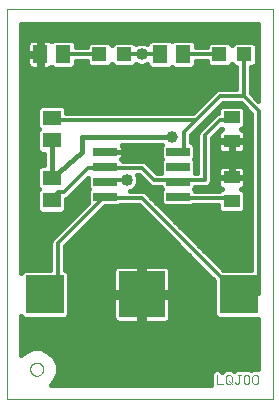
<source format=gtl>
G75*
%MOIN*%
%OFA0B0*%
%FSLAX25Y25*%
%IPPOS*%
%LPD*%
%AMOC8*
5,1,8,0,0,1.08239X$1,22.5*
%
%ADD10C,0.00000*%
%ADD11C,0.00300*%
%ADD12R,0.15354X0.15354*%
%ADD13R,0.12598X0.12598*%
%ADD14R,0.05512X0.04331*%
%ADD15R,0.08000X0.02600*%
%ADD16R,0.04724X0.04724*%
%ADD17R,0.05906X0.05118*%
%ADD18R,0.05118X0.05906*%
%ADD19C,0.01200*%
%ADD20C,0.04000*%
%ADD21C,0.01600*%
%ADD22C,0.03962*%
D10*
X0006800Y0006800D02*
X0006800Y0136761D01*
X0095501Y0136761D01*
X0095501Y0006800D01*
X0006800Y0006800D01*
X0014635Y0016800D02*
X0014637Y0016893D01*
X0014643Y0016985D01*
X0014653Y0017077D01*
X0014667Y0017168D01*
X0014684Y0017259D01*
X0014706Y0017349D01*
X0014731Y0017438D01*
X0014760Y0017526D01*
X0014793Y0017612D01*
X0014830Y0017697D01*
X0014870Y0017781D01*
X0014914Y0017862D01*
X0014961Y0017942D01*
X0015011Y0018020D01*
X0015065Y0018095D01*
X0015122Y0018168D01*
X0015182Y0018238D01*
X0015245Y0018306D01*
X0015311Y0018371D01*
X0015379Y0018433D01*
X0015450Y0018493D01*
X0015524Y0018549D01*
X0015600Y0018602D01*
X0015678Y0018651D01*
X0015758Y0018698D01*
X0015840Y0018740D01*
X0015924Y0018780D01*
X0016009Y0018815D01*
X0016096Y0018847D01*
X0016184Y0018876D01*
X0016273Y0018900D01*
X0016363Y0018921D01*
X0016454Y0018937D01*
X0016546Y0018950D01*
X0016638Y0018959D01*
X0016731Y0018964D01*
X0016823Y0018965D01*
X0016916Y0018962D01*
X0017008Y0018955D01*
X0017100Y0018944D01*
X0017191Y0018929D01*
X0017282Y0018911D01*
X0017372Y0018888D01*
X0017460Y0018862D01*
X0017548Y0018832D01*
X0017634Y0018798D01*
X0017718Y0018761D01*
X0017801Y0018719D01*
X0017882Y0018675D01*
X0017962Y0018627D01*
X0018039Y0018576D01*
X0018113Y0018521D01*
X0018186Y0018463D01*
X0018256Y0018403D01*
X0018323Y0018339D01*
X0018387Y0018273D01*
X0018449Y0018203D01*
X0018507Y0018132D01*
X0018562Y0018058D01*
X0018614Y0017981D01*
X0018663Y0017902D01*
X0018709Y0017822D01*
X0018751Y0017739D01*
X0018789Y0017655D01*
X0018824Y0017569D01*
X0018855Y0017482D01*
X0018882Y0017394D01*
X0018905Y0017304D01*
X0018925Y0017214D01*
X0018941Y0017123D01*
X0018953Y0017031D01*
X0018961Y0016939D01*
X0018965Y0016846D01*
X0018965Y0016754D01*
X0018961Y0016661D01*
X0018953Y0016569D01*
X0018941Y0016477D01*
X0018925Y0016386D01*
X0018905Y0016296D01*
X0018882Y0016206D01*
X0018855Y0016118D01*
X0018824Y0016031D01*
X0018789Y0015945D01*
X0018751Y0015861D01*
X0018709Y0015778D01*
X0018663Y0015698D01*
X0018614Y0015619D01*
X0018562Y0015542D01*
X0018507Y0015468D01*
X0018449Y0015397D01*
X0018387Y0015327D01*
X0018323Y0015261D01*
X0018256Y0015197D01*
X0018186Y0015137D01*
X0018113Y0015079D01*
X0018039Y0015024D01*
X0017962Y0014973D01*
X0017883Y0014925D01*
X0017801Y0014881D01*
X0017718Y0014839D01*
X0017634Y0014802D01*
X0017548Y0014768D01*
X0017460Y0014738D01*
X0017372Y0014712D01*
X0017282Y0014689D01*
X0017191Y0014671D01*
X0017100Y0014656D01*
X0017008Y0014645D01*
X0016916Y0014638D01*
X0016823Y0014635D01*
X0016731Y0014636D01*
X0016638Y0014641D01*
X0016546Y0014650D01*
X0016454Y0014663D01*
X0016363Y0014679D01*
X0016273Y0014700D01*
X0016184Y0014724D01*
X0016096Y0014753D01*
X0016009Y0014785D01*
X0015924Y0014820D01*
X0015840Y0014860D01*
X0015758Y0014902D01*
X0015678Y0014949D01*
X0015600Y0014998D01*
X0015524Y0015051D01*
X0015450Y0015107D01*
X0015379Y0015167D01*
X0015311Y0015229D01*
X0015245Y0015294D01*
X0015182Y0015362D01*
X0015122Y0015432D01*
X0015065Y0015505D01*
X0015011Y0015580D01*
X0014961Y0015658D01*
X0014914Y0015738D01*
X0014870Y0015819D01*
X0014830Y0015903D01*
X0014793Y0015988D01*
X0014760Y0016074D01*
X0014731Y0016162D01*
X0014706Y0016251D01*
X0014684Y0016341D01*
X0014667Y0016432D01*
X0014653Y0016523D01*
X0014643Y0016615D01*
X0014637Y0016707D01*
X0014635Y0016800D01*
D11*
X0076950Y0014852D02*
X0076950Y0011950D01*
X0078885Y0011950D01*
X0079897Y0012434D02*
X0080380Y0011950D01*
X0081348Y0011950D01*
X0081831Y0012434D01*
X0081831Y0014369D01*
X0081348Y0014852D01*
X0080380Y0014852D01*
X0079897Y0014369D01*
X0079897Y0012434D01*
X0080864Y0012917D02*
X0081831Y0011950D01*
X0082843Y0012434D02*
X0083327Y0011950D01*
X0083811Y0011950D01*
X0084294Y0012434D01*
X0084294Y0014852D01*
X0083811Y0014852D02*
X0084778Y0014852D01*
X0085790Y0014369D02*
X0085790Y0012434D01*
X0086273Y0011950D01*
X0087241Y0011950D01*
X0087725Y0012434D01*
X0087725Y0014369D01*
X0087241Y0014852D01*
X0086273Y0014852D01*
X0085790Y0014369D01*
X0088736Y0014369D02*
X0088736Y0012434D01*
X0089220Y0011950D01*
X0090187Y0011950D01*
X0090671Y0012434D01*
X0090671Y0014369D01*
X0090187Y0014852D01*
X0089220Y0014852D01*
X0088736Y0014369D01*
D12*
X0051800Y0041800D03*
D13*
X0084083Y0041800D03*
X0019517Y0041800D03*
D14*
X0081800Y0072863D03*
X0081800Y0080737D03*
X0081800Y0092863D03*
X0081800Y0100737D03*
D15*
X0063900Y0089300D03*
X0063900Y0084300D03*
X0063900Y0079300D03*
X0063900Y0074300D03*
X0039700Y0074300D03*
X0039700Y0079300D03*
X0039700Y0084300D03*
X0039700Y0089300D03*
D16*
X0037666Y0121800D03*
X0045934Y0121800D03*
X0077666Y0121800D03*
X0085934Y0121800D03*
D17*
X0021800Y0100540D03*
X0021800Y0093060D03*
X0021800Y0080540D03*
X0021800Y0073060D03*
D18*
X0018060Y0121800D03*
X0025540Y0121800D03*
X0058060Y0121800D03*
X0065540Y0121800D03*
D19*
X0077666Y0121800D01*
X0085800Y0121800D02*
X0085934Y0121800D01*
X0085800Y0121800D02*
X0085800Y0107800D01*
X0090800Y0102800D01*
X0090800Y0041800D01*
X0084083Y0041800D01*
X0083800Y0041800D01*
X0051800Y0073800D01*
X0039800Y0073800D01*
X0039700Y0074300D01*
X0038800Y0073800D01*
X0023800Y0058800D01*
X0023800Y0041800D01*
X0019517Y0041800D01*
X0021800Y0073060D02*
X0021800Y0073800D01*
X0023800Y0075800D01*
X0025800Y0075800D01*
X0033800Y0083800D01*
X0038800Y0083800D01*
X0039700Y0084300D01*
X0039800Y0083800D01*
X0051800Y0083800D01*
X0055800Y0079800D01*
X0063800Y0079800D01*
X0063900Y0079300D01*
X0064800Y0079800D01*
X0072800Y0079800D01*
X0072800Y0094800D01*
X0077800Y0099800D01*
X0081800Y0099800D01*
X0081800Y0100737D01*
X0077800Y0107800D02*
X0069800Y0099800D01*
X0021800Y0099800D01*
X0021800Y0100540D01*
X0025540Y0121800D02*
X0037666Y0121800D01*
X0045934Y0121800D02*
X0051800Y0121800D01*
X0058060Y0121800D01*
X0069800Y0099800D02*
X0065800Y0095800D01*
X0065800Y0089800D01*
X0064800Y0089800D01*
X0063900Y0089300D01*
X0063900Y0074300D02*
X0064800Y0073800D01*
X0081800Y0073800D01*
X0081800Y0072863D01*
X0077800Y0107800D02*
X0085800Y0107800D01*
X0046800Y0079800D02*
X0039800Y0079800D01*
X0039700Y0079300D01*
D20*
X0046800Y0079800D03*
X0051800Y0121800D03*
D21*
X0053701Y0118474D02*
X0052556Y0118000D01*
X0051044Y0118000D01*
X0049884Y0118480D01*
X0049042Y0117638D01*
X0042826Y0117638D01*
X0041800Y0118664D01*
X0040774Y0117638D01*
X0034558Y0117638D01*
X0033504Y0118692D01*
X0033504Y0119400D01*
X0029899Y0119400D01*
X0029899Y0118102D01*
X0028845Y0117047D01*
X0022236Y0117047D01*
X0021800Y0117483D01*
X0021724Y0117407D01*
X0021314Y0117170D01*
X0020856Y0117047D01*
X0018539Y0117047D01*
X0018539Y0121320D01*
X0017580Y0121320D01*
X0017580Y0117047D01*
X0015264Y0117047D01*
X0014806Y0117170D01*
X0014396Y0117407D01*
X0014060Y0117742D01*
X0013823Y0118152D01*
X0013701Y0118610D01*
X0013701Y0121320D01*
X0017580Y0121320D01*
X0017580Y0122280D01*
X0017580Y0126553D01*
X0015264Y0126553D01*
X0014806Y0126430D01*
X0014396Y0126193D01*
X0014060Y0125858D01*
X0013823Y0125448D01*
X0013701Y0124990D01*
X0013701Y0122280D01*
X0017580Y0122280D01*
X0018539Y0122280D01*
X0018539Y0126553D01*
X0020856Y0126553D01*
X0021314Y0126430D01*
X0021724Y0126193D01*
X0021800Y0126117D01*
X0022236Y0126553D01*
X0028845Y0126553D01*
X0029899Y0125498D01*
X0029899Y0124200D01*
X0033504Y0124200D01*
X0033504Y0124908D01*
X0034558Y0125962D01*
X0040774Y0125962D01*
X0041800Y0124936D01*
X0042826Y0125962D01*
X0049042Y0125962D01*
X0049884Y0125120D01*
X0051044Y0125600D01*
X0052556Y0125600D01*
X0053701Y0125126D01*
X0053701Y0125498D01*
X0054755Y0126553D01*
X0061364Y0126553D01*
X0061800Y0126117D01*
X0062236Y0126553D01*
X0068845Y0126553D01*
X0069899Y0125498D01*
X0069899Y0124200D01*
X0073504Y0124200D01*
X0073504Y0124908D01*
X0074558Y0125962D01*
X0080774Y0125962D01*
X0081800Y0124936D01*
X0082826Y0125962D01*
X0089042Y0125962D01*
X0090096Y0124908D01*
X0090096Y0118692D01*
X0089042Y0117638D01*
X0088200Y0117638D01*
X0088200Y0108794D01*
X0090701Y0106293D01*
X0090701Y0131961D01*
X0011600Y0131961D01*
X0011600Y0049027D01*
X0012472Y0049899D01*
X0021400Y0049899D01*
X0021400Y0059277D01*
X0021765Y0060159D01*
X0022441Y0060835D01*
X0033900Y0072294D01*
X0033900Y0076346D01*
X0034354Y0076800D01*
X0033900Y0077254D01*
X0033900Y0080506D01*
X0027159Y0073765D01*
X0026553Y0073514D01*
X0026553Y0069755D01*
X0025498Y0068701D01*
X0018102Y0068701D01*
X0017047Y0069755D01*
X0017047Y0076364D01*
X0017483Y0076800D01*
X0017047Y0077236D01*
X0017047Y0083845D01*
X0018102Y0084899D01*
X0019200Y0084899D01*
X0019200Y0088701D01*
X0018102Y0088701D01*
X0017047Y0089755D01*
X0017047Y0096364D01*
X0017483Y0096800D01*
X0017047Y0097236D01*
X0017047Y0103845D01*
X0018102Y0104899D01*
X0025498Y0104899D01*
X0026553Y0103845D01*
X0026553Y0102200D01*
X0068806Y0102200D01*
X0076441Y0109835D01*
X0077323Y0110200D01*
X0083400Y0110200D01*
X0083400Y0117638D01*
X0082826Y0117638D01*
X0081800Y0118664D01*
X0080774Y0117638D01*
X0074558Y0117638D01*
X0073504Y0118692D01*
X0073504Y0119400D01*
X0069899Y0119400D01*
X0069899Y0118102D01*
X0068845Y0117047D01*
X0062236Y0117047D01*
X0061800Y0117483D01*
X0061364Y0117047D01*
X0054755Y0117047D01*
X0053701Y0118102D01*
X0053701Y0118474D01*
X0054705Y0117097D02*
X0028895Y0117097D01*
X0029899Y0118696D02*
X0033504Y0118696D01*
X0033686Y0125090D02*
X0029899Y0125090D01*
X0022185Y0117097D02*
X0021043Y0117097D01*
X0018539Y0117097D02*
X0017580Y0117097D01*
X0017580Y0118696D02*
X0018539Y0118696D01*
X0018539Y0120294D02*
X0017580Y0120294D01*
X0017580Y0121893D02*
X0011600Y0121893D01*
X0011600Y0123491D02*
X0013701Y0123491D01*
X0013728Y0125090D02*
X0011600Y0125090D01*
X0011600Y0126688D02*
X0090701Y0126688D01*
X0090701Y0125090D02*
X0089914Y0125090D01*
X0090096Y0123491D02*
X0090701Y0123491D01*
X0090701Y0121893D02*
X0090096Y0121893D01*
X0090096Y0120294D02*
X0090701Y0120294D01*
X0090701Y0118696D02*
X0090096Y0118696D01*
X0090701Y0117097D02*
X0088200Y0117097D01*
X0088200Y0115499D02*
X0090701Y0115499D01*
X0090701Y0113900D02*
X0088200Y0113900D01*
X0088200Y0112302D02*
X0090701Y0112302D01*
X0090701Y0110703D02*
X0088200Y0110703D01*
X0088200Y0109105D02*
X0090701Y0109105D01*
X0090701Y0107506D02*
X0089488Y0107506D01*
X0086356Y0103648D02*
X0085301Y0104702D01*
X0078298Y0104702D01*
X0077244Y0103648D01*
X0077244Y0102167D01*
X0076441Y0101835D01*
X0071441Y0096835D01*
X0070765Y0096159D01*
X0070400Y0095277D01*
X0070400Y0082200D01*
X0069646Y0082200D01*
X0069700Y0082254D01*
X0069700Y0086346D01*
X0069246Y0086800D01*
X0069700Y0087254D01*
X0069700Y0091346D01*
X0068646Y0092400D01*
X0068200Y0092400D01*
X0068200Y0094806D01*
X0071159Y0097765D01*
X0071835Y0098441D01*
X0078794Y0105400D01*
X0084806Y0105400D01*
X0088400Y0101806D01*
X0088400Y0049899D01*
X0079095Y0049899D01*
X0053835Y0075159D01*
X0053159Y0075835D01*
X0052277Y0076200D01*
X0048039Y0076200D01*
X0048953Y0076579D01*
X0050021Y0077647D01*
X0050600Y0079044D01*
X0050600Y0080556D01*
X0050250Y0081400D01*
X0050806Y0081400D01*
X0053765Y0078441D01*
X0054441Y0077765D01*
X0055323Y0077400D01*
X0058100Y0077400D01*
X0058100Y0077254D01*
X0058554Y0076800D01*
X0058100Y0076346D01*
X0058100Y0072254D01*
X0059154Y0071200D01*
X0068646Y0071200D01*
X0068846Y0071400D01*
X0077244Y0071400D01*
X0077244Y0069952D01*
X0078298Y0068898D01*
X0085301Y0068898D01*
X0086356Y0069952D01*
X0086356Y0075774D01*
X0085301Y0076828D01*
X0085004Y0076828D01*
X0085251Y0076894D01*
X0085661Y0077131D01*
X0085996Y0077466D01*
X0086233Y0077877D01*
X0086356Y0078335D01*
X0086356Y0080454D01*
X0082083Y0080454D01*
X0082083Y0081020D01*
X0081517Y0081020D01*
X0081517Y0084702D01*
X0078807Y0084702D01*
X0078349Y0084580D01*
X0077939Y0084343D01*
X0077604Y0084008D01*
X0077367Y0083597D01*
X0077244Y0083139D01*
X0077244Y0081020D01*
X0081517Y0081020D01*
X0081517Y0080454D01*
X0077244Y0080454D01*
X0077244Y0078335D01*
X0077367Y0077877D01*
X0077604Y0077466D01*
X0077939Y0077131D01*
X0078349Y0076894D01*
X0078596Y0076828D01*
X0078298Y0076828D01*
X0077670Y0076200D01*
X0069700Y0076200D01*
X0069700Y0076346D01*
X0069246Y0076800D01*
X0069700Y0077254D01*
X0069700Y0077400D01*
X0073277Y0077400D01*
X0074159Y0077765D01*
X0074835Y0078441D01*
X0075200Y0079323D01*
X0075200Y0093806D01*
X0078232Y0096838D01*
X0078298Y0096772D01*
X0078596Y0096772D01*
X0078349Y0096706D01*
X0077939Y0096469D01*
X0077604Y0096134D01*
X0077367Y0095723D01*
X0077244Y0095265D01*
X0077244Y0093146D01*
X0081517Y0093146D01*
X0081517Y0092580D01*
X0082083Y0092580D01*
X0082083Y0093146D01*
X0086356Y0093146D01*
X0086356Y0095265D01*
X0086233Y0095723D01*
X0085996Y0096134D01*
X0085661Y0096469D01*
X0085251Y0096706D01*
X0085004Y0096772D01*
X0085301Y0096772D01*
X0086356Y0097826D01*
X0086356Y0103648D01*
X0085897Y0104309D02*
X0085695Y0104309D01*
X0086356Y0102711D02*
X0087495Y0102711D01*
X0088400Y0101112D02*
X0086356Y0101112D01*
X0086356Y0099514D02*
X0088400Y0099514D01*
X0088400Y0097915D02*
X0086356Y0097915D01*
X0085813Y0096317D02*
X0088400Y0096317D01*
X0088400Y0094718D02*
X0086356Y0094718D01*
X0086356Y0092580D02*
X0082083Y0092580D01*
X0082083Y0088898D01*
X0084793Y0088898D01*
X0085251Y0089020D01*
X0085661Y0089257D01*
X0085996Y0089592D01*
X0086233Y0090003D01*
X0086356Y0090461D01*
X0086356Y0092580D01*
X0086356Y0091521D02*
X0088400Y0091521D01*
X0088400Y0089923D02*
X0086187Y0089923D01*
X0088400Y0088324D02*
X0075200Y0088324D01*
X0075200Y0086726D02*
X0088400Y0086726D01*
X0088400Y0085127D02*
X0075200Y0085127D01*
X0075200Y0083529D02*
X0077348Y0083529D01*
X0077244Y0081930D02*
X0075200Y0081930D01*
X0075200Y0080332D02*
X0077244Y0080332D01*
X0077244Y0078733D02*
X0074956Y0078733D01*
X0077936Y0077134D02*
X0069580Y0077134D01*
X0069700Y0083529D02*
X0070400Y0083529D01*
X0070400Y0085127D02*
X0069700Y0085127D01*
X0069320Y0086726D02*
X0070400Y0086726D01*
X0070400Y0088324D02*
X0069700Y0088324D01*
X0069700Y0089923D02*
X0070400Y0089923D01*
X0070400Y0091521D02*
X0069524Y0091521D01*
X0070400Y0093120D02*
X0068200Y0093120D01*
X0068200Y0094718D02*
X0070400Y0094718D01*
X0070923Y0096317D02*
X0069711Y0096317D01*
X0071159Y0097765D02*
X0071159Y0097765D01*
X0071309Y0097915D02*
X0072521Y0097915D01*
X0071835Y0098441D02*
X0071835Y0098441D01*
X0072908Y0099514D02*
X0074120Y0099514D01*
X0074506Y0101112D02*
X0075718Y0101112D01*
X0076105Y0102711D02*
X0077244Y0102711D01*
X0077703Y0104309D02*
X0077905Y0104309D01*
X0075711Y0109105D02*
X0011600Y0109105D01*
X0011600Y0107506D02*
X0074112Y0107506D01*
X0072514Y0105908D02*
X0011600Y0105908D01*
X0011600Y0104309D02*
X0017512Y0104309D01*
X0017047Y0102711D02*
X0011600Y0102711D01*
X0011600Y0101112D02*
X0017047Y0101112D01*
X0017047Y0099514D02*
X0011600Y0099514D01*
X0011600Y0097915D02*
X0017047Y0097915D01*
X0017047Y0096317D02*
X0011600Y0096317D01*
X0011600Y0094718D02*
X0017047Y0094718D01*
X0017047Y0093120D02*
X0011600Y0093120D01*
X0011600Y0091521D02*
X0017047Y0091521D01*
X0017047Y0089923D02*
X0011600Y0089923D01*
X0011600Y0088324D02*
X0019200Y0088324D01*
X0019200Y0086726D02*
X0011600Y0086726D01*
X0011600Y0085127D02*
X0019200Y0085127D01*
X0017047Y0083529D02*
X0011600Y0083529D01*
X0011600Y0081930D02*
X0017047Y0081930D01*
X0017047Y0080332D02*
X0011600Y0080332D01*
X0011600Y0078733D02*
X0017047Y0078733D01*
X0017148Y0077134D02*
X0011600Y0077134D01*
X0011600Y0075536D02*
X0017047Y0075536D01*
X0017047Y0073937D02*
X0011600Y0073937D01*
X0011600Y0072339D02*
X0017047Y0072339D01*
X0017047Y0070740D02*
X0011600Y0070740D01*
X0011600Y0069142D02*
X0017660Y0069142D01*
X0011600Y0067543D02*
X0029149Y0067543D01*
X0030748Y0069142D02*
X0025939Y0069142D01*
X0026553Y0070740D02*
X0032346Y0070740D01*
X0033900Y0072339D02*
X0026553Y0072339D01*
X0027332Y0073937D02*
X0033900Y0073937D01*
X0033900Y0075536D02*
X0028930Y0075536D01*
X0030529Y0077134D02*
X0034020Y0077134D01*
X0033900Y0078733D02*
X0032127Y0078733D01*
X0033726Y0080332D02*
X0033900Y0080332D01*
X0039594Y0071200D02*
X0044446Y0071200D01*
X0044646Y0071400D01*
X0050806Y0071400D01*
X0075984Y0046222D01*
X0075984Y0034755D01*
X0077039Y0033701D01*
X0090701Y0033701D01*
X0090701Y0016802D01*
X0090028Y0016802D01*
X0090027Y0016802D01*
X0089211Y0016802D01*
X0088412Y0016802D01*
X0088230Y0016621D01*
X0088048Y0016802D01*
X0087081Y0016802D01*
X0087081Y0016802D01*
X0086265Y0016802D01*
X0083003Y0016802D01*
X0082579Y0016379D01*
X0082155Y0016802D01*
X0081188Y0016802D01*
X0081188Y0016802D01*
X0080389Y0016802D01*
X0079573Y0016802D01*
X0079038Y0016268D01*
X0078665Y0015895D01*
X0077758Y0016802D01*
X0076142Y0016802D01*
X0075000Y0015660D01*
X0075000Y0011600D01*
X0021450Y0011600D01*
X0022705Y0012854D01*
X0023765Y0015414D01*
X0023765Y0018185D01*
X0022705Y0020746D01*
X0020746Y0022705D01*
X0018185Y0023765D01*
X0015414Y0023765D01*
X0012854Y0022705D01*
X0011600Y0021450D01*
X0011600Y0034573D01*
X0012472Y0033701D01*
X0026561Y0033701D01*
X0027616Y0034755D01*
X0027616Y0048845D01*
X0026561Y0049899D01*
X0026200Y0049899D01*
X0026200Y0057806D01*
X0039594Y0071200D01*
X0039135Y0070740D02*
X0051465Y0070740D01*
X0053064Y0069142D02*
X0037536Y0069142D01*
X0035938Y0067543D02*
X0054662Y0067543D01*
X0056261Y0065945D02*
X0034339Y0065945D01*
X0032741Y0064346D02*
X0057859Y0064346D01*
X0059458Y0062748D02*
X0031142Y0062748D01*
X0029543Y0061149D02*
X0061056Y0061149D01*
X0062655Y0059551D02*
X0027945Y0059551D01*
X0026346Y0057952D02*
X0064254Y0057952D01*
X0065852Y0056354D02*
X0026200Y0056354D01*
X0026200Y0054755D02*
X0067451Y0054755D01*
X0069049Y0053157D02*
X0026200Y0053157D01*
X0026200Y0051558D02*
X0070648Y0051558D01*
X0072246Y0049960D02*
X0061211Y0049960D01*
X0061154Y0050172D02*
X0060918Y0050582D01*
X0060582Y0050918D01*
X0060172Y0051154D01*
X0059714Y0051277D01*
X0052600Y0051277D01*
X0052600Y0042600D01*
X0051000Y0042600D01*
X0051000Y0051277D01*
X0043886Y0051277D01*
X0043428Y0051154D01*
X0043018Y0050918D01*
X0042682Y0050582D01*
X0042445Y0050172D01*
X0042323Y0049714D01*
X0042323Y0042600D01*
X0051000Y0042600D01*
X0051000Y0041000D01*
X0042323Y0041000D01*
X0042323Y0033886D01*
X0042445Y0033428D01*
X0042682Y0033018D01*
X0043018Y0032682D01*
X0043428Y0032445D01*
X0043886Y0032323D01*
X0051000Y0032323D01*
X0051000Y0041000D01*
X0052600Y0041000D01*
X0052600Y0042600D01*
X0061277Y0042600D01*
X0061277Y0049714D01*
X0061154Y0050172D01*
X0061277Y0048361D02*
X0073845Y0048361D01*
X0075443Y0046763D02*
X0061277Y0046763D01*
X0061277Y0045164D02*
X0075984Y0045164D01*
X0075984Y0043566D02*
X0061277Y0043566D01*
X0061277Y0041000D02*
X0052600Y0041000D01*
X0052600Y0032323D01*
X0059714Y0032323D01*
X0060172Y0032445D01*
X0060582Y0032682D01*
X0060918Y0033018D01*
X0061154Y0033428D01*
X0061277Y0033886D01*
X0061277Y0041000D01*
X0061277Y0040369D02*
X0075984Y0040369D01*
X0075984Y0041967D02*
X0052600Y0041967D01*
X0052600Y0040369D02*
X0051000Y0040369D01*
X0051000Y0041967D02*
X0027616Y0041967D01*
X0027616Y0040369D02*
X0042323Y0040369D01*
X0042323Y0038770D02*
X0027616Y0038770D01*
X0027616Y0037172D02*
X0042323Y0037172D01*
X0042323Y0035573D02*
X0027616Y0035573D01*
X0026835Y0033975D02*
X0042323Y0033975D01*
X0043687Y0032376D02*
X0011600Y0032376D01*
X0011600Y0030778D02*
X0090701Y0030778D01*
X0090701Y0032376D02*
X0059913Y0032376D01*
X0061277Y0033975D02*
X0076765Y0033975D01*
X0075984Y0035573D02*
X0061277Y0035573D01*
X0061277Y0037172D02*
X0075984Y0037172D01*
X0075984Y0038770D02*
X0061277Y0038770D01*
X0052600Y0038770D02*
X0051000Y0038770D01*
X0051000Y0037172D02*
X0052600Y0037172D01*
X0052600Y0035573D02*
X0051000Y0035573D01*
X0051000Y0033975D02*
X0052600Y0033975D01*
X0052600Y0032376D02*
X0051000Y0032376D01*
X0051000Y0043566D02*
X0052600Y0043566D01*
X0052600Y0045164D02*
X0051000Y0045164D01*
X0051000Y0046763D02*
X0052600Y0046763D01*
X0052600Y0048361D02*
X0051000Y0048361D01*
X0051000Y0049960D02*
X0052600Y0049960D01*
X0042389Y0049960D02*
X0026200Y0049960D01*
X0027616Y0048361D02*
X0042323Y0048361D01*
X0042323Y0046763D02*
X0027616Y0046763D01*
X0027616Y0045164D02*
X0042323Y0045164D01*
X0042323Y0043566D02*
X0027616Y0043566D01*
X0021400Y0049960D02*
X0011600Y0049960D01*
X0011600Y0051558D02*
X0021400Y0051558D01*
X0021400Y0053157D02*
X0011600Y0053157D01*
X0011600Y0054755D02*
X0021400Y0054755D01*
X0021400Y0056354D02*
X0011600Y0056354D01*
X0011600Y0057952D02*
X0021400Y0057952D01*
X0021513Y0059551D02*
X0011600Y0059551D01*
X0011600Y0061149D02*
X0022755Y0061149D01*
X0024354Y0062748D02*
X0011600Y0062748D01*
X0011600Y0064346D02*
X0025952Y0064346D01*
X0027551Y0065945D02*
X0011600Y0065945D01*
X0021800Y0080540D02*
X0031800Y0089300D01*
X0031800Y0094300D01*
X0061800Y0094300D01*
X0058454Y0091700D02*
X0058100Y0091346D01*
X0058100Y0087254D01*
X0058554Y0086800D01*
X0058100Y0086346D01*
X0058100Y0082254D01*
X0058154Y0082200D01*
X0056794Y0082200D01*
X0053159Y0085835D01*
X0052277Y0086200D01*
X0045500Y0086200D01*
X0045500Y0086346D01*
X0045046Y0086800D01*
X0045140Y0086895D01*
X0045377Y0087305D01*
X0045500Y0087763D01*
X0045500Y0089300D01*
X0045500Y0090837D01*
X0045377Y0091295D01*
X0045143Y0091700D01*
X0058454Y0091700D01*
X0058276Y0091521D02*
X0045247Y0091521D01*
X0045500Y0089923D02*
X0058100Y0089923D01*
X0058100Y0088324D02*
X0045500Y0088324D01*
X0045500Y0089300D02*
X0039700Y0089300D01*
X0045500Y0089300D01*
X0045120Y0086726D02*
X0058480Y0086726D01*
X0058100Y0085127D02*
X0053867Y0085127D01*
X0055466Y0083529D02*
X0058100Y0083529D01*
X0058220Y0077134D02*
X0049509Y0077134D01*
X0050471Y0078733D02*
X0053473Y0078733D01*
X0051874Y0080332D02*
X0050600Y0080332D01*
X0053458Y0075536D02*
X0058100Y0075536D01*
X0058100Y0073937D02*
X0055057Y0073937D01*
X0056655Y0072339D02*
X0058100Y0072339D01*
X0058254Y0070740D02*
X0077244Y0070740D01*
X0078054Y0069142D02*
X0059852Y0069142D01*
X0061451Y0067543D02*
X0088400Y0067543D01*
X0088400Y0069142D02*
X0085546Y0069142D01*
X0086356Y0070740D02*
X0088400Y0070740D01*
X0088400Y0072339D02*
X0086356Y0072339D01*
X0086356Y0073937D02*
X0088400Y0073937D01*
X0088400Y0075536D02*
X0086356Y0075536D01*
X0085664Y0077134D02*
X0088400Y0077134D01*
X0088400Y0078733D02*
X0086356Y0078733D01*
X0086356Y0080332D02*
X0088400Y0080332D01*
X0088400Y0081930D02*
X0086356Y0081930D01*
X0086356Y0081020D02*
X0086356Y0083139D01*
X0086233Y0083597D01*
X0085996Y0084008D01*
X0085661Y0084343D01*
X0085251Y0084580D01*
X0084793Y0084702D01*
X0082083Y0084702D01*
X0082083Y0081020D01*
X0086356Y0081020D01*
X0086252Y0083529D02*
X0088400Y0083529D01*
X0082083Y0083529D02*
X0081517Y0083529D01*
X0081517Y0081930D02*
X0082083Y0081930D01*
X0081517Y0088898D02*
X0078807Y0088898D01*
X0078349Y0089020D01*
X0077939Y0089257D01*
X0077604Y0089592D01*
X0077367Y0090003D01*
X0077244Y0090461D01*
X0077244Y0092580D01*
X0081517Y0092580D01*
X0081517Y0088898D01*
X0081517Y0089923D02*
X0082083Y0089923D01*
X0082083Y0091521D02*
X0081517Y0091521D01*
X0081517Y0093120D02*
X0075200Y0093120D01*
X0075200Y0091521D02*
X0077244Y0091521D01*
X0077413Y0089923D02*
X0075200Y0089923D01*
X0076112Y0094718D02*
X0077244Y0094718D01*
X0077711Y0096317D02*
X0077787Y0096317D01*
X0082083Y0093120D02*
X0088400Y0093120D01*
X0083400Y0110703D02*
X0011600Y0110703D01*
X0011600Y0112302D02*
X0083400Y0112302D01*
X0083400Y0113900D02*
X0011600Y0113900D01*
X0011600Y0115499D02*
X0083400Y0115499D01*
X0083400Y0117097D02*
X0068895Y0117097D01*
X0069899Y0118696D02*
X0073504Y0118696D01*
X0073686Y0125090D02*
X0069899Y0125090D01*
X0062185Y0117097D02*
X0061415Y0117097D01*
X0070915Y0104309D02*
X0026088Y0104309D01*
X0026553Y0102711D02*
X0069317Y0102711D01*
X0081646Y0125090D02*
X0081954Y0125090D01*
X0090701Y0128287D02*
X0011600Y0128287D01*
X0011600Y0129885D02*
X0090701Y0129885D01*
X0090701Y0131484D02*
X0011600Y0131484D01*
X0017580Y0125090D02*
X0018539Y0125090D01*
X0018539Y0123491D02*
X0017580Y0123491D01*
X0013701Y0120294D02*
X0011600Y0120294D01*
X0011600Y0118696D02*
X0013701Y0118696D01*
X0015077Y0117097D02*
X0011600Y0117097D01*
X0021800Y0093060D02*
X0021800Y0080540D01*
X0039700Y0089300D02*
X0039700Y0089300D01*
X0063049Y0065945D02*
X0088400Y0065945D01*
X0088400Y0064346D02*
X0064648Y0064346D01*
X0066246Y0062748D02*
X0088400Y0062748D01*
X0088400Y0061149D02*
X0067845Y0061149D01*
X0069443Y0059551D02*
X0088400Y0059551D01*
X0088400Y0057952D02*
X0071042Y0057952D01*
X0072640Y0056354D02*
X0088400Y0056354D01*
X0088400Y0054755D02*
X0074239Y0054755D01*
X0075837Y0053157D02*
X0088400Y0053157D01*
X0088400Y0051558D02*
X0077436Y0051558D01*
X0079034Y0049960D02*
X0088400Y0049960D01*
X0090701Y0029179D02*
X0011600Y0029179D01*
X0011600Y0027581D02*
X0090701Y0027581D01*
X0090701Y0025982D02*
X0011600Y0025982D01*
X0011600Y0024384D02*
X0090701Y0024384D01*
X0090701Y0022785D02*
X0020552Y0022785D01*
X0022264Y0021187D02*
X0090701Y0021187D01*
X0090701Y0019588D02*
X0023184Y0019588D01*
X0023765Y0017990D02*
X0090701Y0017990D01*
X0088412Y0016802D02*
X0088412Y0016802D01*
X0088412Y0016802D01*
X0082591Y0016391D02*
X0082567Y0016391D01*
X0079573Y0016802D02*
X0079573Y0016802D01*
X0079573Y0016802D01*
X0079161Y0016391D02*
X0078169Y0016391D01*
X0075731Y0016391D02*
X0023765Y0016391D01*
X0023508Y0014793D02*
X0075000Y0014793D01*
X0075000Y0013194D02*
X0022846Y0013194D01*
X0013048Y0022785D02*
X0011600Y0022785D01*
X0011600Y0033975D02*
X0012198Y0033975D01*
X0041646Y0125090D02*
X0041954Y0125090D01*
D22*
X0061800Y0094300D03*
X0046800Y0089300D03*
X0046800Y0054300D03*
X0081800Y0086800D03*
X0016800Y0109300D03*
M02*

</source>
